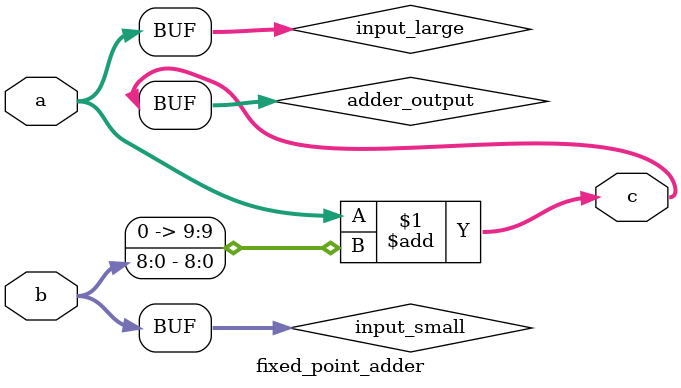
<source format=sv>
`define minus(a, b) (a-b)
`define min(a, b) (a<b?a:b)
`define max(a, b) (a<b?b:a)
`define diff(a, b) (`max(a, b)-`min(a,b))
`timescale 1ns/1ns
module fixed_point_adder #(
    parameter A_FRAC_LEN = 8,
    parameter A_WORD_LEN = 9,
    parameter B_FRAC_LEN = 8,
    parameter B_WORD_LEN = 9,
    parameter C_FRAC_LEN = 8,
    parameter C_WORD_LEN = 10,
    parameter A_INT_LEN = A_WORD_LEN - A_FRAC_LEN,
    parameter B_INT_LEN = B_WORD_LEN - B_FRAC_LEN,
    parameter C_INT_LEN = C_WORD_LEN - C_FRAC_LEN
) (
    input wire signed [A_WORD_LEN-1:0]a,
    input wire signed [B_WORD_LEN-1:0]b,
    output wire signed [C_WORD_LEN-1:0]c
);
//--------------------------------------- wire deceleration
    wire signed [C_INT_LEN + `max(A_FRAC_LEN, B_FRAC_LEN) - 1:0] adder_output;
    wire signed [`min(A_WORD_LEN, B_WORD_LEN) - 1:0] input_small;
    wire signed [`max(A_WORD_LEN, B_WORD_LEN) - 1:0] input_large; // greatness isn't based on value, it is based on fraction length. (real life: it is based on morality ;) )
//---------------------------------------------------------
//--------------------------------------- continuous assignment
generate
    if (A_FRAC_LEN < B_FRAC_LEN) begin
        assign input_small = a;
        assign input_large = b;
    end else begin
        assign input_small = b;
        assign input_large = a;
    end
    if (C_FRAC_LEN > `max(A_FRAC_LEN, B_FRAC_LEN)) begin
        assign c = {adder_output, {`diff(`max(A_FRAC_LEN, B_FRAC_LEN), C_FRAC_LEN){1'b0}}};
    end else begin
        assign c = adder_output[C_INT_LEN + `max(A_FRAC_LEN, B_FRAC_LEN) - 1:C_INT_LEN + `max(A_FRAC_LEN, B_FRAC_LEN) - C_WORD_LEN];
    end
endgenerate
    assign adder_output = input_large + {input_small, {(`diff(A_FRAC_LEN, B_FRAC_LEN)){1'b0}}};
//---------------------------------------------------------
endmodule

</source>
